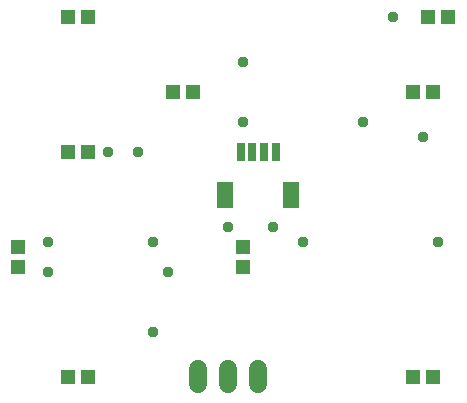
<source format=gbr>
G04 EAGLE Gerber RS-274X export*
G75*
%MOMM*%
%FSLAX34Y34*%
%LPD*%
%INSoldermask Top*%
%IPPOS*%
%AMOC8*
5,1,8,0,0,1.08239X$1,22.5*%
G01*
%ADD10R,1.303200X1.203200*%
%ADD11R,1.203200X1.303200*%
%ADD12R,1.403200X2.203200*%
%ADD13R,0.803200X1.553200*%
%ADD14C,1.524000*%
%ADD15C,0.959600*%


D10*
X143900Y88900D03*
X160900Y88900D03*
D11*
X101600Y182000D03*
X101600Y199000D03*
D10*
X436000Y88900D03*
X453000Y88900D03*
D12*
X276800Y242650D03*
X332800Y242650D03*
D13*
X289800Y279400D03*
X299800Y279400D03*
X309800Y279400D03*
X319800Y279400D03*
D10*
X436000Y330200D03*
X453000Y330200D03*
X232800Y330200D03*
X249800Y330200D03*
X160900Y279400D03*
X143900Y279400D03*
D11*
X292100Y182000D03*
X292100Y199000D03*
D10*
X465700Y393700D03*
X448700Y393700D03*
X143900Y393700D03*
X160900Y393700D03*
D14*
X254000Y95504D02*
X254000Y82296D01*
X304800Y82296D02*
X304800Y95504D01*
X279400Y95504D02*
X279400Y82296D01*
D15*
X177800Y279400D03*
X203200Y279400D03*
X279400Y215900D03*
X317500Y215900D03*
X393700Y304800D03*
X419100Y393700D03*
X444500Y292100D03*
X228600Y177800D03*
X127000Y177800D03*
X457200Y203200D03*
X342900Y203200D03*
X292100Y355600D03*
X292100Y304800D03*
X215900Y203200D03*
X127000Y203200D03*
X215900Y127000D03*
M02*

</source>
